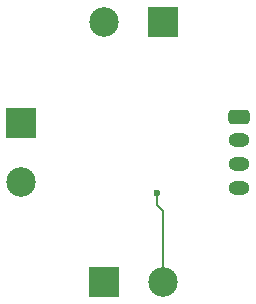
<source format=gbr>
%TF.GenerationSoftware,KiCad,Pcbnew,8.0.5*%
%TF.CreationDate,2024-10-03T09:22:46-06:00*%
%TF.ProjectId,mini_ac,6d696e69-5f61-4632-9e6b-696361645f70,rev?*%
%TF.SameCoordinates,Original*%
%TF.FileFunction,Copper,L2,Bot*%
%TF.FilePolarity,Positive*%
%FSLAX46Y46*%
G04 Gerber Fmt 4.6, Leading zero omitted, Abs format (unit mm)*
G04 Created by KiCad (PCBNEW 8.0.5) date 2024-10-03 09:22:46*
%MOMM*%
%LPD*%
G01*
G04 APERTURE LIST*
G04 Aperture macros list*
%AMRoundRect*
0 Rectangle with rounded corners*
0 $1 Rounding radius*
0 $2 $3 $4 $5 $6 $7 $8 $9 X,Y pos of 4 corners*
0 Add a 4 corners polygon primitive as box body*
4,1,4,$2,$3,$4,$5,$6,$7,$8,$9,$2,$3,0*
0 Add four circle primitives for the rounded corners*
1,1,$1+$1,$2,$3*
1,1,$1+$1,$4,$5*
1,1,$1+$1,$6,$7*
1,1,$1+$1,$8,$9*
0 Add four rect primitives between the rounded corners*
20,1,$1+$1,$2,$3,$4,$5,0*
20,1,$1+$1,$4,$5,$6,$7,0*
20,1,$1+$1,$6,$7,$8,$9,0*
20,1,$1+$1,$8,$9,$2,$3,0*%
G04 Aperture macros list end*
%TA.AperFunction,ComponentPad*%
%ADD10RoundRect,0.250000X-0.650000X0.350000X-0.650000X-0.350000X0.650000X-0.350000X0.650000X0.350000X0*%
%TD*%
%TA.AperFunction,ComponentPad*%
%ADD11O,1.800000X1.200000*%
%TD*%
%TA.AperFunction,ComponentPad*%
%ADD12R,2.500000X2.500000*%
%TD*%
%TA.AperFunction,ComponentPad*%
%ADD13C,2.500000*%
%TD*%
%TA.AperFunction,ViaPad*%
%ADD14C,0.600000*%
%TD*%
%TA.AperFunction,Conductor*%
%ADD15C,0.200000*%
%TD*%
G04 APERTURE END LIST*
D10*
%TO.P,J4,1,Pin_1*%
%TO.N,Net-(J1-Pin_2)*%
X123000000Y-85500000D03*
D11*
%TO.P,J4,2,Pin_2*%
%TO.N,Net-(J1-Pin_1)*%
X123000000Y-87500000D03*
%TO.P,J4,3,Pin_3*%
%TO.N,unconnected-(J4-Pin_3-Pad3)*%
X123000000Y-89500000D03*
%TO.P,J4,4,Pin_4*%
%TO.N,unconnected-(J4-Pin_4-Pad4)*%
X123000000Y-91500000D03*
%TD*%
D12*
%TO.P,peltier left positive,1,Pin_1*%
%TO.N,Net-(J1-Pin_2)*%
X104500000Y-86000000D03*
D13*
%TO.P,peltier left positive,2,Pin_2*%
%TO.N,Net-(J1-Pin_1)*%
X104500000Y-91000000D03*
%TD*%
D12*
%TO.P,battery2,1,Pin_1*%
%TO.N,Net-(J1-Pin_1)*%
X111500000Y-99500000D03*
D13*
%TO.P,battery2,2,Pin_2*%
%TO.N,Net-(J1-Pin_2)*%
X116500000Y-99500000D03*
%TD*%
D12*
%TO.P,power in,1,Pin_1*%
%TO.N,Net-(J1-Pin_1)*%
X116500000Y-77500000D03*
D13*
%TO.P,power in,2,Pin_2*%
%TO.N,Net-(J1-Pin_2)*%
X111500000Y-77500000D03*
%TD*%
D14*
%TO.N,Net-(J1-Pin_2)*%
X116000000Y-92000000D03*
%TD*%
D15*
%TO.N,Net-(J1-Pin_2)*%
X116000000Y-93000000D02*
X116500000Y-93500000D01*
X116500000Y-93500000D02*
X116500000Y-99500000D01*
X116000000Y-92000000D02*
X116000000Y-93000000D01*
%TD*%
M02*

</source>
